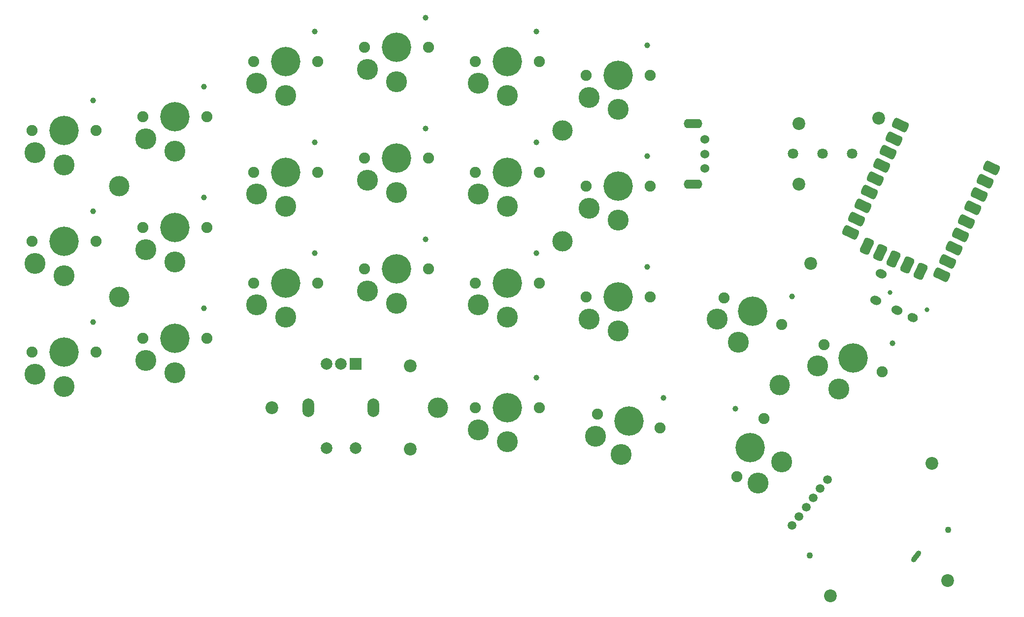
<source format=gbr>
%TF.GenerationSoftware,KiCad,Pcbnew,7.0.5*%
%TF.CreationDate,2024-03-19T12:27:36+08:00*%
%TF.ProjectId,Prime52left,5072696d-6535-4326-9c65-66742e6b6963,rev?*%
%TF.SameCoordinates,Original*%
%TF.FileFunction,Soldermask,Top*%
%TF.FilePolarity,Negative*%
%FSLAX46Y46*%
G04 Gerber Fmt 4.6, Leading zero omitted, Abs format (unit mm)*
G04 Created by KiCad (PCBNEW 7.0.5) date 2024-03-19 12:27:36*
%MOMM*%
%LPD*%
G01*
G04 APERTURE LIST*
G04 Aperture macros list*
%AMRoundRect*
0 Rectangle with rounded corners*
0 $1 Rounding radius*
0 $2 $3 $4 $5 $6 $7 $8 $9 X,Y pos of 4 corners*
0 Add a 4 corners polygon primitive as box body*
4,1,4,$2,$3,$4,$5,$6,$7,$8,$9,$2,$3,0*
0 Add four circle primitives for the rounded corners*
1,1,$1+$1,$2,$3*
1,1,$1+$1,$4,$5*
1,1,$1+$1,$6,$7*
1,1,$1+$1,$8,$9*
0 Add four rect primitives between the rounded corners*
20,1,$1+$1,$2,$3,$4,$5,0*
20,1,$1+$1,$4,$5,$6,$7,0*
20,1,$1+$1,$6,$7,$8,$9,0*
20,1,$1+$1,$8,$9,$2,$3,0*%
%AMHorizOval*
0 Thick line with rounded ends*
0 $1 width*
0 $2 $3 position (X,Y) of the first rounded end (center of the circle)*
0 $4 $5 position (X,Y) of the second rounded end (center of the circle)*
0 Add line between two ends*
20,1,$1,$2,$3,$4,$5,0*
0 Add two circle primitives to create the rounded ends*
1,1,$1,$2,$3*
1,1,$1,$4,$5*%
%AMFreePoly0*
4,1,29,-1.390750,0.438150,-1.383112,0.519607,-1.339975,0.642884,-1.262419,0.747969,-1.157334,0.825525,-1.034057,0.868663,-0.952600,0.876300,0.952600,0.876300,1.034057,0.868662,1.157334,0.825525,1.262419,0.747969,1.339975,0.642884,1.383113,0.519607,1.390750,0.438150,1.390750,-0.438150,1.383112,-0.519607,1.339975,-0.642884,1.262419,-0.747969,1.157334,-0.825525,1.034057,-0.868663,
0.952600,-0.876300,-0.952600,-0.876300,-1.034057,-0.868662,-1.157334,-0.825525,-1.262419,-0.747969,-1.339975,-0.642884,-1.383113,-0.519607,-1.390750,-0.438150,-1.390750,0.438150,-1.390750,0.438150,$1*%
G04 Aperture macros list end*
%ADD10C,3.500000*%
%ADD11C,1.900000*%
%ADD12C,1.000000*%
%ADD13C,5.050000*%
%ADD14C,3.600000*%
%ADD15C,2.200000*%
%ADD16FreePoly0,335.000000*%
%ADD17RoundRect,0.438150X-0.005487X-1.048519X0.799685X0.678179X0.005487X1.048519X-0.799685X-0.678179X0*%
%ADD18C,1.800000*%
%ADD19O,3.200000X1.600000*%
%ADD20C,1.524000*%
%ADD21O,2.000000X3.200000*%
%ADD22R,2.000000X2.000000*%
%ADD23C,2.000000*%
%ADD24C,1.100000*%
%ADD25HorizOval,0.900000X-0.426133X-0.555347X0.426133X0.555347X0*%
%ADD26C,1.500000*%
%ADD27C,0.800000*%
%ADD28HorizOval,1.500000X-0.181262X0.084524X0.181262X-0.084524X0*%
%ADD29HorizOval,1.500000X-0.135946X0.063393X0.135946X-0.063393X0*%
G04 APERTURE END LIST*
D10*
%TO.C,H7*%
X108339000Y-136520000D03*
%TD*%
D11*
%TO.C,K25*%
X184708000Y-130329000D03*
D12*
X186431330Y-125450206D03*
D13*
X179723307Y-128004600D03*
D11*
X174738614Y-125680200D03*
D14*
X177229859Y-133351816D03*
X173585819Y-129335478D03*
%TD*%
D15*
%TO.C,U1*%
X184079467Y-86803428D03*
X172433798Y-111777645D03*
D16*
X187829603Y-87989422D03*
X186756152Y-90291444D03*
X185682702Y-92593466D03*
X184609252Y-94895487D03*
X183535801Y-97197509D03*
X182462351Y-99499531D03*
X181388900Y-101801553D03*
X180315450Y-104103574D03*
X179242000Y-106405596D03*
X203499664Y-95296492D03*
X202426214Y-97598514D03*
X201352764Y-99900535D03*
X200279313Y-102202557D03*
X199205863Y-104504579D03*
X198132412Y-106806601D03*
X197058962Y-109108622D03*
X195985512Y-111410644D03*
X194912061Y-113712666D03*
D17*
X191271134Y-113085150D03*
X188969113Y-112011700D03*
X186667091Y-110938250D03*
X184365069Y-109864799D03*
X182063047Y-108791349D03*
%TD*%
D11*
%TO.C,K4*%
X68595000Y-86514000D03*
D12*
X68095000Y-81364000D03*
D13*
X63095000Y-86514000D03*
D11*
X57595000Y-86514000D03*
D14*
X63095000Y-92414000D03*
X58095000Y-90314000D03*
%TD*%
D10*
%TO.C,H9*%
X53570000Y-98420000D03*
%TD*%
D11*
%TO.C,K20*%
X144795000Y-98420000D03*
D12*
X144295000Y-93270000D03*
D13*
X139295000Y-98420000D03*
D11*
X133795000Y-98420000D03*
D14*
X139295000Y-104320000D03*
X134295000Y-102220000D03*
%TD*%
D11*
%TO.C,K3*%
X49545000Y-126995000D03*
D12*
X49045000Y-121845000D03*
D13*
X44045000Y-126995000D03*
D11*
X38545000Y-126995000D03*
D14*
X44045000Y-132895000D03*
X39045000Y-130795000D03*
%TD*%
D11*
%TO.C,K10*%
X87645000Y-115089000D03*
D12*
X87145000Y-109939000D03*
D13*
X82145000Y-115089000D03*
D11*
X76645000Y-115089000D03*
D14*
X82145000Y-120989000D03*
X77145000Y-118889000D03*
%TD*%
D15*
%TO.C,H3*%
X103577000Y-143664000D03*
%TD*%
D18*
%TO.C,K23*%
X169340000Y-92895000D03*
X174420000Y-92895000D03*
X179500000Y-92895000D03*
%TD*%
D11*
%TO.C,K24*%
X167443000Y-122278000D03*
D12*
X169166330Y-117399206D03*
D13*
X162458307Y-119953600D03*
D11*
X157473614Y-117629200D03*
D14*
X159964859Y-125300816D03*
X156320819Y-121284478D03*
%TD*%
D11*
%TO.C,K22*%
X164357800Y-138417614D03*
D12*
X159479006Y-136694284D03*
D13*
X162033400Y-143402307D03*
D11*
X159709000Y-148387000D03*
D14*
X167380616Y-145895755D03*
X163364278Y-149539795D03*
%TD*%
D11*
%TO.C,K18*%
X146500772Y-139997692D03*
D12*
X147127288Y-134861548D03*
D13*
X141131144Y-138807274D03*
D11*
X135761516Y-137616856D03*
D14*
X139854150Y-144567420D03*
X135427193Y-141435001D03*
%TD*%
D11*
%TO.C,K12*%
X106695000Y-74607000D03*
D12*
X106195000Y-69457000D03*
D13*
X101195000Y-74607000D03*
D11*
X95695000Y-74607000D03*
D14*
X101195000Y-80507000D03*
X96195000Y-78407000D03*
%TD*%
D10*
%TO.C,H13*%
X167066000Y-132611000D03*
%TD*%
D19*
%TO.C,RE1*%
X152170000Y-87695000D03*
X152170000Y-98095000D03*
D15*
X170395000Y-87720000D03*
X170395000Y-98070000D03*
D20*
X154170000Y-90435000D03*
X154170000Y-95435000D03*
X154170000Y-92935000D03*
%TD*%
D15*
%TO.C,H1*%
X79763000Y-136520000D03*
%TD*%
D11*
%TO.C,K15*%
X125745000Y-76989000D03*
D12*
X125245000Y-71839000D03*
D13*
X120245000Y-76989000D03*
D11*
X114745000Y-76989000D03*
D14*
X120245000Y-82889000D03*
X115245000Y-80789000D03*
%TD*%
D11*
%TO.C,K9*%
X87645000Y-96039000D03*
D12*
X87145000Y-90889000D03*
D13*
X82145000Y-96039000D03*
D11*
X76645000Y-96039000D03*
D14*
X82145000Y-101939000D03*
X77145000Y-99839000D03*
%TD*%
D21*
%TO.C,K7*%
X97270000Y-136520000D03*
X86070000Y-136520000D03*
D22*
X94170000Y-129020000D03*
D23*
X89170000Y-129020000D03*
X91670000Y-129020000D03*
X89170000Y-143520000D03*
X94170000Y-143520000D03*
%TD*%
D11*
%TO.C,K6*%
X68595000Y-124614000D03*
D12*
X68095000Y-119464000D03*
D13*
X63095000Y-124614000D03*
D11*
X57595000Y-124614000D03*
D14*
X63095000Y-130514000D03*
X58095000Y-128414000D03*
%TD*%
D11*
%TO.C,K17*%
X125745000Y-115089000D03*
D12*
X125245000Y-109939000D03*
D13*
X120245000Y-115089000D03*
D11*
X114745000Y-115089000D03*
D14*
X120245000Y-120989000D03*
X115245000Y-118889000D03*
%TD*%
D11*
%TO.C,K21*%
X144795000Y-117470000D03*
D12*
X144295000Y-112320000D03*
D13*
X139295000Y-117470000D03*
D11*
X133795000Y-117470000D03*
D14*
X139295000Y-123370000D03*
X134295000Y-121270000D03*
%TD*%
D11*
%TO.C,K1*%
X49545000Y-88895000D03*
D12*
X49045000Y-83745000D03*
D13*
X44045000Y-88895000D03*
D11*
X38545000Y-88895000D03*
D14*
X44045000Y-94795000D03*
X39045000Y-92695000D03*
%TD*%
D11*
%TO.C,K19*%
X144795000Y-79370000D03*
D12*
X144295000Y-74220000D03*
D13*
X139295000Y-79370000D03*
D11*
X133795000Y-79370000D03*
D14*
X139295000Y-85270000D03*
X134295000Y-83170000D03*
%TD*%
D11*
%TO.C,K16*%
X125745000Y-96039000D03*
D12*
X125245000Y-90889000D03*
D13*
X120245000Y-96039000D03*
D11*
X114745000Y-96039000D03*
D14*
X120245000Y-101939000D03*
X115245000Y-99839000D03*
%TD*%
D11*
%TO.C,K2*%
X49545000Y-107945000D03*
D12*
X49045000Y-102795000D03*
D13*
X44045000Y-107945000D03*
D11*
X38545000Y-107945000D03*
D14*
X44045000Y-113845000D03*
X39045000Y-111745000D03*
%TD*%
D11*
%TO.C,K5*%
X68595000Y-105564000D03*
D12*
X68095000Y-100414000D03*
D13*
X63095000Y-105564000D03*
D11*
X57595000Y-105564000D03*
D14*
X63095000Y-111464000D03*
X58095000Y-109364000D03*
%TD*%
D11*
%TO.C,K13*%
X106695000Y-93657000D03*
D12*
X106195000Y-88507000D03*
D13*
X101195000Y-93657000D03*
D11*
X95695000Y-93657000D03*
D14*
X101195000Y-99557000D03*
X96195000Y-97457000D03*
%TD*%
D11*
%TO.C,K8*%
X87645000Y-76989000D03*
D12*
X87145000Y-71839000D03*
D13*
X82145000Y-76989000D03*
D11*
X76645000Y-76989000D03*
D14*
X82145000Y-82889000D03*
X77145000Y-80789000D03*
%TD*%
D10*
%TO.C,H14*%
X129770000Y-88895000D03*
%TD*%
D15*
%TO.C,K26*%
X195932555Y-166249637D03*
D24*
X196050994Y-157517212D03*
D25*
X190520299Y-162096667D03*
D15*
X175781362Y-168902592D03*
X193279600Y-146098444D03*
D24*
X172210526Y-161975304D03*
D26*
X169177128Y-156811633D03*
X170394651Y-155224927D03*
X171612174Y-153638220D03*
X172829697Y-152051513D03*
X174047220Y-150464807D03*
X175264743Y-148878100D03*
%TD*%
D27*
%TO.C,T1*%
X192359412Y-119659601D03*
X186015257Y-116701273D03*
D28*
X183593143Y-118109592D03*
D29*
X189980800Y-121088205D03*
D28*
X187218374Y-119800065D03*
X184540248Y-113475696D03*
%TD*%
D15*
%TO.C,H2*%
X103577000Y-129376000D03*
%TD*%
D11*
%TO.C,K11*%
X125745000Y-136520000D03*
D12*
X125245000Y-131370000D03*
D13*
X120245000Y-136520000D03*
D11*
X114745000Y-136520000D03*
D14*
X120245000Y-142420000D03*
X115245000Y-140320000D03*
%TD*%
D10*
%TO.C,H10*%
X53570000Y-117470000D03*
%TD*%
D11*
%TO.C,K14*%
X106695000Y-112707000D03*
D12*
X106195000Y-107557000D03*
D13*
X101195000Y-112707000D03*
D11*
X95695000Y-112707000D03*
D14*
X101195000Y-118607000D03*
X96195000Y-116507000D03*
%TD*%
D10*
%TO.C,H15*%
X129770000Y-107945000D03*
%TD*%
M02*

</source>
